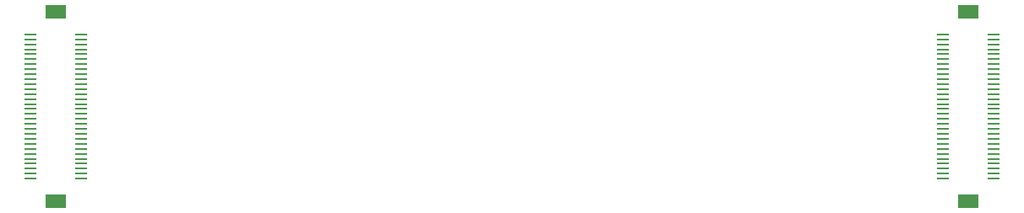
<source format=gbp>
G04 #@! TF.FileFunction,Paste,Bot*
%FSLAX46Y46*%
G04 Gerber Fmt 4.6, Leading zero omitted, Abs format (unit mm)*
G04 Created by KiCad (PCBNEW (2015-04-19 BZR 5613)-product) date 6/23/2015 7:30:16 PM*
%MOMM*%
G01*
G04 APERTURE LIST*
%ADD10C,0.100000*%
%ADD11R,2.100000X1.400000*%
%ADD12R,1.150000X0.250000*%
G04 APERTURE END LIST*
D10*
D11*
X93980000Y-117450000D03*
D12*
X96555000Y-100700000D03*
X96555000Y-101200000D03*
X96555000Y-101700000D03*
X96555000Y-102200000D03*
X96555000Y-102700000D03*
X96555000Y-103200000D03*
X96555000Y-103700000D03*
X96555000Y-104200000D03*
X96555000Y-104700000D03*
X96555000Y-105200000D03*
X96555000Y-105700000D03*
X96555000Y-106200000D03*
X96555000Y-106700000D03*
X96555000Y-107200000D03*
X96555000Y-107700000D03*
X96555000Y-108200000D03*
X96555000Y-108700000D03*
X96555000Y-109200000D03*
X96555000Y-109700000D03*
X96555000Y-110200000D03*
X96555000Y-110700000D03*
X96555000Y-111200000D03*
X96555000Y-111700000D03*
X96555000Y-112200000D03*
X96555000Y-112700000D03*
X96555000Y-113200000D03*
X96555000Y-113700000D03*
X96555000Y-114200000D03*
X96555000Y-114700000D03*
X96555000Y-115200000D03*
X91405000Y-100700000D03*
X91405000Y-101200000D03*
X91405000Y-101700000D03*
X91405000Y-102200000D03*
X91405000Y-102700000D03*
X91405000Y-103200000D03*
X91405000Y-103700000D03*
X91405000Y-104200000D03*
X91405000Y-104700000D03*
X91405000Y-105200000D03*
X91405000Y-105700000D03*
X91405000Y-106200000D03*
X91405000Y-106700000D03*
X91405000Y-107200000D03*
X91405000Y-107700000D03*
X91405000Y-108200000D03*
X91405000Y-108700000D03*
X91405000Y-109200000D03*
X91405000Y-109700000D03*
X91405000Y-110200000D03*
X91405000Y-110700000D03*
X91405000Y-111200000D03*
X91405000Y-111700000D03*
X91405000Y-112200000D03*
X91405000Y-112700000D03*
X91405000Y-113200000D03*
X91405000Y-113700000D03*
X91405000Y-114200000D03*
X91405000Y-114700000D03*
X91405000Y-115200000D03*
D11*
X93980000Y-98450000D03*
X185420000Y-117450000D03*
D12*
X187995000Y-100700000D03*
X187995000Y-101200000D03*
X187995000Y-101700000D03*
X187995000Y-102200000D03*
X187995000Y-102700000D03*
X187995000Y-103200000D03*
X187995000Y-103700000D03*
X187995000Y-104200000D03*
X187995000Y-104700000D03*
X187995000Y-105200000D03*
X187995000Y-105700000D03*
X187995000Y-106200000D03*
X187995000Y-106700000D03*
X187995000Y-107200000D03*
X187995000Y-107700000D03*
X187995000Y-108200000D03*
X187995000Y-108700000D03*
X187995000Y-109200000D03*
X187995000Y-109700000D03*
X187995000Y-110200000D03*
X187995000Y-110700000D03*
X187995000Y-111200000D03*
X187995000Y-111700000D03*
X187995000Y-112200000D03*
X187995000Y-112700000D03*
X187995000Y-113200000D03*
X187995000Y-113700000D03*
X187995000Y-114200000D03*
X187995000Y-114700000D03*
X187995000Y-115200000D03*
X182845000Y-100700000D03*
X182845000Y-101200000D03*
X182845000Y-101700000D03*
X182845000Y-102200000D03*
X182845000Y-102700000D03*
X182845000Y-103200000D03*
X182845000Y-103700000D03*
X182845000Y-104200000D03*
X182845000Y-104700000D03*
X182845000Y-105200000D03*
X182845000Y-105700000D03*
X182845000Y-106200000D03*
X182845000Y-106700000D03*
X182845000Y-107200000D03*
X182845000Y-107700000D03*
X182845000Y-108200000D03*
X182845000Y-108700000D03*
X182845000Y-109200000D03*
X182845000Y-109700000D03*
X182845000Y-110200000D03*
X182845000Y-110700000D03*
X182845000Y-111200000D03*
X182845000Y-111700000D03*
X182845000Y-112200000D03*
X182845000Y-112700000D03*
X182845000Y-113200000D03*
X182845000Y-113700000D03*
X182845000Y-114200000D03*
X182845000Y-114700000D03*
X182845000Y-115200000D03*
D11*
X185420000Y-98450000D03*
M02*

</source>
